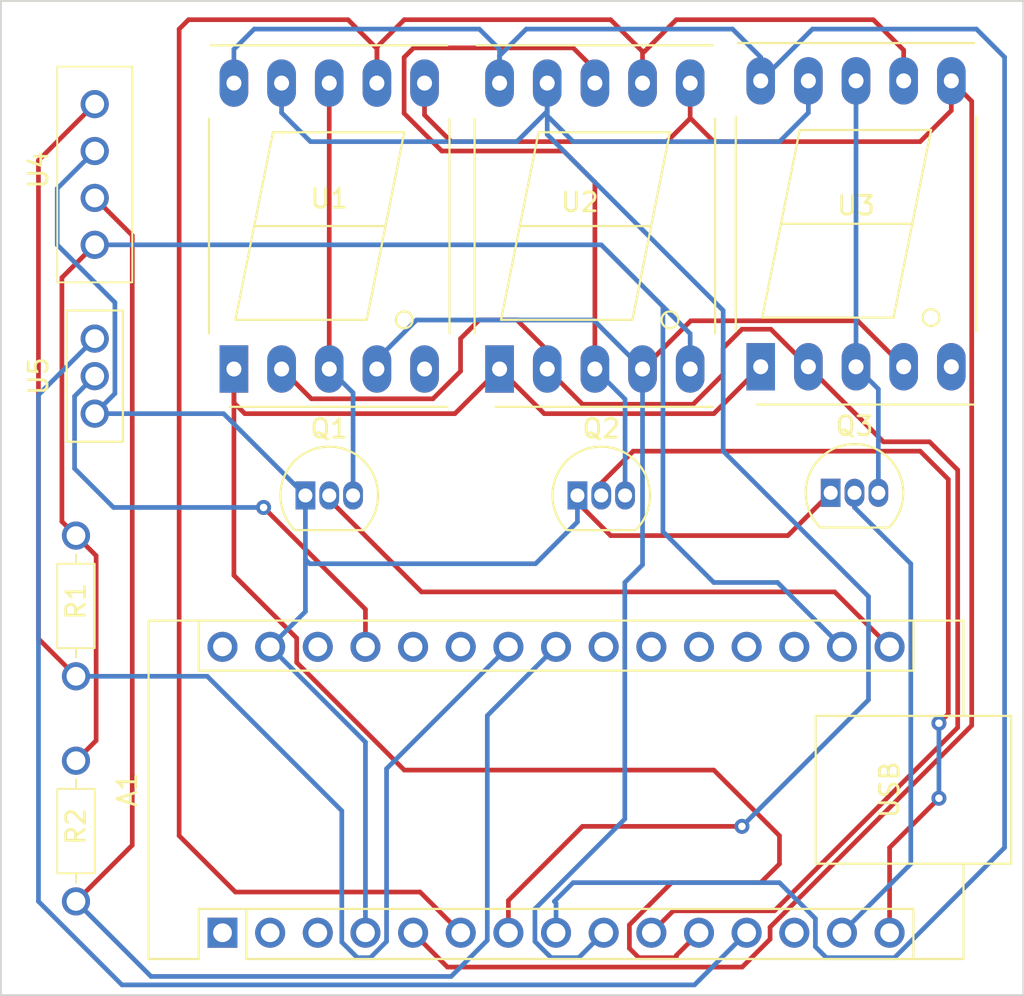
<source format=kicad_pcb>
(kicad_pcb (version 20221018) (generator pcbnew)
  (layers (0 "F.Cu" signal) (31 "B.Cu" signal) (34 "B.Paste" user) (35 "F.Paste" user) (36 "B.SilkS" user "B.Silkscreen") (37 "F.SilkS" user "F.Silkscreen") (38 "B.Mask" user) (39 "F.Mask" user) (44 "Edge.Cuts" user))
  (net 0 "")
  (net 4 "Net-(A1-D9)")
  (net 11 "SDA")
  (net 12 "SCL")
  (net 17 "Net-(Q1-C)")
  (net 18 "GND")
  (net 19 "seg3")
  (net 20 "seg2")
  (net 21 "seg1")
  (net 22 "hm")
  (net 23 "vbr")
  (net 24 "hb")
  (net 25 "vbl")
  (net 26 "+5V")
  (net 27 "+3.3V")
  (net 28 "Net-(Q2-C)")
  (net 29 "Net-(Q3-C)")
  (net 30 "vtr")
  (net 31 "ht")
  (net 32 "vtl")
  (footprint "Library:MG90S servo" (layer "F.Cu") (at 124 77 90)
    (fp_text reference "U5" (at 0 -3 90 unlocked) (layer "F.SilkS"))
    (fp_text value "SG90_servo")
    (fp_rect (start 3.5 -1.5) (end -3.5 1.5) (stroke (width 0.12)) (fill none) (layer "F.SilkS"))
    (pad "1" thru_hole circle (at -2 0 90) (size 1.5 1.5) (drill 1) (layers "*.Cu" "*.Mask") (net 18 "GND"))
    (pad "2" thru_hole circle (at 0 0 90) (size 1.5 1.5) (drill 1) (layers "*.Cu" "*.Mask") (net 26 "+5V"))
    (pad "3" thru_hole circle (at 2 0 90) (size 1.5 1.5) (drill 1) (layers "*.Cu" "*.Mask") (net 4 "Net-(A1-D9)"))
  )
  (footprint "Package_TO_SOT_THT:TO-92_Inline" (layer "F.Cu") (at 149.73 83.36)
    (fp_text reference "Q2" (at 1.27 -3.56) (layer "F.SilkS"))
    (fp_text value "2N3904")
    (fp_line (start -0.53 1.85) (end 3.07 1.85) (stroke (width 0.12)) (layer "F.SilkS"))
    (fp_arc (start -0.568478 1.838478) (mid -1.132087 -0.994977) (end 1.27 -2.6) (stroke (width 0.12)) (layer "F.SilkS"))
    (fp_arc (start 1.27 -2.6) (mid 3.672087 -0.994977) (end 3.108478 1.838478) (stroke (width 0.12)) (layer "F.SilkS"))
    (pad "1" thru_hole rect (at 0 0) (size 1.05 1.5) (drill 0.75) (layers "*.Cu" "*.Mask") (net 18 "GND"))
    (pad "2" thru_hole oval (at 1.27 0) (size 1.05 1.5) (drill 0.75) (layers "*.Cu" "*.Mask") (net 20 "seg2"))
    (pad "3" thru_hole oval (at 2.54 0) (size 1.05 1.5) (drill 0.75) (layers "*.Cu" "*.Mask") (net 28 "Net-(Q2-C)"))
  )
  (footprint "Package_TO_SOT_THT:TO-92_Inline" (layer "F.Cu") (at 163.23 83.22)
    (fp_text reference "Q3" (at 1.27 -3.56) (layer "F.SilkS"))
    (fp_text value "2N3904")
    (fp_line (start -0.53 1.85) (end 3.07 1.85) (stroke (width 0.12)) (layer "F.SilkS"))
    (fp_arc (start -0.568478 1.838478) (mid -1.132087 -0.994977) (end 1.27 -2.6) (stroke (width 0.12)) (layer "F.SilkS"))
    (fp_arc (start 1.27 -2.6) (mid 3.672087 -0.994977) (end 3.108478 1.838478) (stroke (width 0.12)) (layer "F.SilkS"))
    (pad "1" thru_hole rect (at 0 0) (size 1.05 1.5) (drill 0.75) (layers "*.Cu" "*.Mask") (net 18 "GND"))
    (pad "2" thru_hole oval (at 1.27 0) (size 1.05 1.5) (drill 0.75) (layers "*.Cu" "*.Mask") (net 19 "seg3"))
    (pad "3" thru_hole oval (at 2.54 0) (size 1.05 1.5) (drill 0.75) (layers "*.Cu" "*.Mask") (net 29 "Net-(Q3-C)"))
  )
  (footprint "Library:resistor" (layer "F.Cu") (at 123 105 90)
    (fp_text reference "R2" (at 4 0 90) (layer "F.SilkS"))
    (fp_text value "5.6K")
    (fp_line (start 1.5 0) (end 1 0) (stroke (width 0.1)) (layer "F.SilkS"))
    (fp_line (start 6.5 0) (end 6 0) (stroke (width 0.1)) (layer "F.SilkS"))
    (fp_rect (start 1.5 -1) (end 6 1) (stroke (width 0.1)) (fill none) (layer "F.SilkS"))
    (pad "1" thru_hole circle (at 0 0 90) (size 1.5 1.5) (drill 1) (layers "*.Cu" "*.Mask") (net 11 "SDA"))
    (pad "2" thru_hole circle (at 7.5 0 90) (size 1.5 1.5) (drill 1) (layers "*.Cu" "*.Mask") (net 27 "+3.3V"))
  )
  (footprint "Module:Arduino_Nano" (layer "F.Cu") (at 130.81 106.67 90)
    (fp_text reference "A1" (at 7.62 -5.08 90) (layer "F.SilkS"))
    (fp_text value "Arduino_Nano_Every")
    (fp_text user "USB" (at 7.62 35.56 90 unlocked) (layer "F.SilkS"))
    (fp_line (start -1.4 -3.94) (end -1.4 -1.27) (stroke (width 0.12)) (layer "F.SilkS"))
    (fp_line (start -1.4 1.27) (end -1.4 39.5) (stroke (width 0.12)) (layer "F.SilkS"))
    (fp_line (start -1.4 39.5) (end 3.68 39.5) (stroke (width 0.12)) (layer "F.SilkS"))
    (fp_line (start 1.27 -1.27) (end -1.4 -1.27) (stroke (width 0.12)) (layer "F.SilkS"))
    (fp_line (start 1.27 1.27) (end -1.4 1.27) (stroke (width 0.12)) (layer "F.SilkS"))
    (fp_line (start 1.27 1.27) (end 1.27 -1.27) (stroke (width 0.12)) (layer "F.SilkS"))
    (fp_line (start 1.27 1.27) (end 1.27 36.83) (stroke (width 0.12)) (layer "F.SilkS"))
    (fp_line (start 1.27 36.83) (end -1.4 36.83) (stroke (width 0.12)) (layer "F.SilkS"))
    (fp_line (start 3.68 31.62) (end 11.56 31.62) (stroke (width 0.12)) (layer "F.SilkS"))
    (fp_line (start 3.68 42.04) (end 3.68 31.62) (stroke (width 0.12)) (layer "F.SilkS"))
    (fp_line (start 11.56 31.62) (end 11.56 42.04) (stroke (width 0.12)) (layer "F.SilkS"))
    (fp_line (start 11.56 42.04) (end 3.68 42.04) (stroke (width 0.12)) (layer "F.SilkS"))
    (fp_line (start 13.97 -1.27) (end 13.97 36.83) (stroke (width 0.12)) (layer "F.SilkS"))
    (fp_line (start 13.97 -1.27) (end 16.64 -1.27) (stroke (width 0.12)) (layer "F.SilkS"))
    (fp_line (start 13.97 36.83) (end 16.64 36.83) (stroke (width 0.12)) (layer "F.SilkS"))
    (fp_line (start 16.64 -3.94) (end -1.4 -3.94) (stroke (width 0.12)) (layer "F.SilkS"))
    (fp_line (start 16.64 39.5) (end 11.56 39.5) (stroke (width 0.12)) (layer "F.SilkS"))
    (fp_line (start 16.64 39.5) (end 16.64 -3.94) (stroke (width 0.12)) (layer "F.SilkS"))
    (pad "1" thru_hole rect (at 0 0 90) (size 1.6 1.6) (drill 1) (layers "*.Cu" "*.Mask"))
    (pad "2" thru_hole oval (at 0 2.54 90) (size 1.6 1.6) (drill 1) (layers "*.Cu" "*.Mask"))
    (pad "3" thru_hole oval (at 0 5.08 90) (size 1.6 1.6) (drill 1) (layers "*.Cu" "*.Mask"))
    (pad "4" thru_hole oval (at 0 7.62 90) (size 1.6 1.6) (drill 1) (layers "*.Cu" "*.Mask") (net 18 "GND"))
    (pad "5" thru_hole oval (at 0 10.16 90) (size 1.6 1.6) (drill 1) (layers "*.Cu" "*.Mask") (net 30 "vtr"))
    (pad "6" thru_hole oval (at 0 12.7 90) (size 1.6 1.6) (drill 1) (layers "*.Cu" "*.Mask") (net 31 "ht"))
    (pad "7" thru_hole oval (at 0 15.24 90) (size 1.6 1.6) (drill 1) (layers "*.Cu" "*.Mask") (net 32 "vtl"))
    (pad "8" thru_hole oval (at 0 17.78 90) (size 1.6 1.6) (drill 1) (layers "*.Cu" "*.Mask") (net 22 "hm"))
    (pad "9" thru_hole oval (at 0 20.32 90) (size 1.6 1.6) (drill 1) (layers "*.Cu" "*.Mask") (net 23 "vbr"))
    (pad "10" thru_hole oval (at 0 22.86 90) (size 1.6 1.6) (drill 1) (layers "*.Cu" "*.Mask") (net 24 "hb"))
    (pad "11" thru_hole oval (at 0 25.4 90) (size 1.6 1.6) (drill 1) (layers "*.Cu" "*.Mask") (net 25 "vbl"))
    (pad "12" thru_hole oval (at 0 27.94 90) (size 1.6 1.6) (drill 1) (layers "*.Cu" "*.Mask") (net 4 "Net-(A1-D9)"))
    (pad "13" thru_hole oval (at 0 30.48 90) (size 1.6 1.6) (drill 1) (layers "*.Cu" "*.Mask"))
    (pad "14" thru_hole oval (at 0 33.02 90) (size 1.6 1.6) (drill 1) (layers "*.Cu" "*.Mask") (net 19 "seg3"))
    (pad "15" thru_hole oval (at 0 35.56 90) (size 1.6 1.6) (drill 1) (layers "*.Cu" "*.Mask") (net 20 "seg2"))
    (pad "16" thru_hole oval (at 15.24 35.56 90) (size 1.6 1.6) (drill 1) (layers "*.Cu" "*.Mask") (net 21 "seg1"))
    (pad "17" thru_hole oval (at 15.24 33.02 90) (size 1.6 1.6) (drill 1) (layers "*.Cu" "*.Mask") (net 27 "+3.3V"))
    (pad "18" thru_hole oval (at 15.24 30.48 90) (size 1.6 1.6) (drill 1) (layers "*.Cu" "*.Mask"))
    (pad "19" thru_hole oval (at 15.24 27.94 90) (size 1.6 1.6) (drill 1) (layers "*.Cu" "*.Mask"))
    (pad "20" thru_hole oval (at 15.24 25.4 90) (size 1.6 1.6) (drill 1) (layers "*.Cu" "*.Mask"))
    (pad "21" thru_hole oval (at 15.24 22.86 90) (size 1.6 1.6) (drill 1) (layers "*.Cu" "*.Mask"))
    (pad "22" thru_hole oval (at 15.24 20.32 90) (size 1.6 1.6) (drill 1) (layers "*.Cu" "*.Mask"))
    (pad "23" thru_hole oval (at 15.24 17.78 90) (size 1.6 1.6) (drill 1) (layers "*.Cu" "*.Mask") (net 11 "SDA"))
    (pad "24" thru_hole oval (at 15.24 15.24 90) (size 1.6 1.6) (drill 1) (layers "*.Cu" "*.Mask") (net 12 "SCL"))
    (pad "25" thru_hole oval (at 15.24 12.7 90) (size 1.6 1.6) (drill 1) (layers "*.Cu" "*.Mask"))
    (pad "26" thru_hole oval (at 15.24 10.16 90) (size 1.6 1.6) (drill 1) (layers "*.Cu" "*.Mask"))
    (pad "27" thru_hole oval (at 15.24 7.62 90) (size 1.6 1.6) (drill 1) (layers "*.Cu" "*.Mask") (net 26 "+5V"))
    (pad "28" thru_hole oval (at 15.24 5.08 90) (size 1.6 1.6) (drill 1) (layers "*.Cu" "*.Mask"))
    (pad "29" thru_hole oval (at 15.24 2.54 90) (size 1.6 1.6) (drill 1) (layers "*.Cu" "*.Mask") (net 18 "GND"))
    (pad "30" thru_hole oval (at 15.24 0 90) (size 1.6 1.6) (drill 1) (layers "*.Cu" "*.Mask"))
  )
  (footprint "Display_7Segment:7SegmentLED_LTS6760_LTS6780" (layer "F.Cu") (at 145.58 76.62 90)
    (fp_text reference "U2" (at 8.89 4.28 180) (layer "F.SilkS"))
    (fp_text value "7-seg")
    (fp_line (start -2.015 -0.22) (end -2.015 11.38) (stroke (width 0.12)) (layer "F.SilkS"))
    (fp_line (start 1.905 -1.33) (end 13.335 -1.33) (stroke (width 0.12)) (layer "F.SilkS"))
    (fp_line (start 1.905 11.49) (end 13.335 11.49) (stroke (width 0.12)) (layer "F.SilkS"))
    (fp_line (start 2.62 0.08) (end 2.62 7.08) (stroke (width 0.12)) (layer "F.SilkS"))
    (fp_line (start 2.62 7.08) (end 7.62 8.08) (stroke (width 0.12)) (layer "F.SilkS"))
    (fp_line (start 7.62 1.08) (end 2.62 0.08) (stroke (width 0.12)) (layer "F.SilkS"))
    (fp_line (start 7.62 8.08) (end 7.62 1.08) (stroke (width 0.12)) (layer "F.SilkS"))
    (fp_line (start 12.62 2.08) (end 7.62 1.08) (stroke (width 0.12)) (layer "F.SilkS"))
    (fp_line (start 12.62 2.08) (end 12.62 9.08) (stroke (width 0.12)) (layer "F.SilkS"))
    (fp_line (start 12.62 9.08) (end 7.62 8.08) (stroke (width 0.12)) (layer "F.SilkS"))
    (fp_line (start 17.255 11.38) (end 17.255 -1.22) (stroke (width 0.12)) (layer "F.SilkS"))
    (fp_circle (center 2.62 9.08) (end 3.067214 9.08) (stroke (width 0.12)) (fill none) (layer "F.SilkS"))
    (pad "1" thru_hole rect (at 0 0) (size 1.524 2.524) (drill 0.8) (layers "*.Cu" "*.Mask") (net 25 "vbl"))
    (pad "2" thru_hole oval (at 0 2.54) (size 1.524 2.524) (drill 0.8) (layers "*.Cu" "*.Mask") (net 24 "hb"))
    (pad "3" thru_hole oval (at 0 5.08) (size 1.524 2.524) (drill 0.8) (layers "*.Cu" "*.Mask") (net 28 "Net-(Q2-C)"))
    (pad "4" thru_hole oval (at 0 7.62) (size 1.524 2.524) (drill 0.8) (layers "*.Cu" "*.Mask") (net 23 "vbr"))
    (pad "5" thru_hole oval (at 0 10.16) (size 1.524 2.524) (drill 0.8) (layers "*.Cu" "*.Mask") (net 27 "+3.3V"))
    (pad "6" thru_hole oval (at 15.24 10.16) (size 1.524 2.524) (drill 0.8) (layers "*.Cu" "*.Mask") (net 30 "vtr"))
    (pad "7" thru_hole oval (at 15.24 7.62) (size 1.524 2.524) (drill 0.8) (layers "*.Cu" "*.Mask") (net 31 "ht"))
    (pad "8" thru_hole oval (at 15.24 5.08) (size 1.524 2.524) (drill 0.8) (layers "*.Cu" "*.Mask") (net 28 "Net-(Q2-C)"))
    (pad "9" thru_hole oval (at 15.24 2.54) (size 1.524 2.524) (drill 0.8) (layers "*.Cu" "*.Mask") (net 32 "vtl"))
    (pad "10" thru_hole oval (at 15.24 0) (size 1.524 2.524) (drill 0.8) (layers "*.Cu" "*.Mask") (net 22 "hm"))
  )
  (footprint "Display_7Segment:7SegmentLED_LTS6760_LTS6780" (layer "F.Cu") (at 159.5 76.5 90)
    (fp_text reference "U3" (at 8.587048 5.08 180) (layer "F.SilkS"))
    (fp_text value "7-seg")
    (fp_line (start -2.015 -0.22) (end -2.015 11.38) (stroke (width 0.12)) (layer "F.SilkS"))
    (fp_line (start 1.905 -1.33) (end 13.335 -1.33) (stroke (width 0.12)) (layer "F.SilkS"))
    (fp_line (start 1.905 11.49) (end 13.335 11.49) (stroke (width 0.12)) (layer "F.SilkS"))
    (fp_line (start 2.62 0.08) (end 2.62 7.08) (stroke (width 0.12)) (layer "F.SilkS"))
    (fp_line (start 2.62 7.08) (end 7.62 8.08) (stroke (width 0.12)) (layer "F.SilkS"))
    (fp_line (start 7.62 1.08) (end 2.62 0.08) (stroke (width 0.12)) (layer "F.SilkS"))
    (fp_line (start 7.62 8.08) (end 7.62 1.08) (stroke (width 0.12)) (layer "F.SilkS"))
    (fp_line (start 12.62 2.08) (end 7.62 1.08) (stroke (width 0.12)) (layer "F.SilkS"))
    (fp_line (start 12.62 2.08) (end 12.62 9.08) (stroke (width 0.12)) (layer "F.SilkS"))
    (fp_line (start 12.62 9.08) (end 7.62 8.08) (stroke (width 0.12)) (layer "F.SilkS"))
    (fp_line (start 17.255 11.38) (end 17.255 -1.22) (stroke (width 0.12)) (layer "F.SilkS"))
    (fp_circle (center 2.62 9.08) (end 3.067214 9.08) (stroke (width 0.12)) (fill none) (layer "F.SilkS"))
    (pad "1" thru_hole rect (at 0 0) (size 1.524 2.524) (drill 0.8) (layers "*.Cu" "*.Mask") (net 25 "vbl"))
    (pad "2" thru_hole oval (at 0 2.54) (size 1.524 2.524) (drill 0.8) (layers "*.Cu" "*.Mask") (net 24 "hb"))
    (pad "3" thru_hole oval (at 0 5.08) (size 1.524 2.524) (drill 0.8) (layers "*.Cu" "*.Mask") (net 29 "Net-(Q3-C)"))
    (pad "4" thru_hole oval (at 0 7.62) (size 1.524 2.524) (drill 0.8) (layers "*.Cu" "*.Mask") (net 23 "vbr"))
    (pad "5" thru_hole oval (at 0 10.16) (size 1.524 2.524) (drill 0.8) (layers "*.Cu" "*.Mask"))
    (pad "6" thru_hole oval (at 15.24 10.16) (size 1.524 2.524) (drill 0.8) (layers "*.Cu" "*.Mask") (net 30 "vtr"))
    (pad "7" thru_hole oval (at 15.24 7.62) (size 1.524 2.524) (drill 0.8) (layers "*.Cu" "*.Mask") (net 31 "ht"))
    (pad "8" thru_hole oval (at 15.24 5.08) (size 1.524 2.524) (drill 0.8) (layers "*.Cu" "*.Mask") (net 29 "Net-(Q3-C)"))
    (pad "9" thru_hole oval (at 15.24 2.54) (size 1.524 2.524) (drill 0.8) (layers "*.Cu" "*.Mask") (net 32 "vtl"))
    (pad "10" thru_hole oval (at 15.24 0) (size 1.524 2.524) (drill 0.8) (layers "*.Cu" "*.Mask") (net 22 "hm"))
  )
  (footprint "Library:AM2320 (temperature and humidity sensor)" (layer "F.Cu") (at 124 66 90)
    (fp_text reference "U4" (at 0 -3 90 unlocked) (layer "F.SilkS"))
    (fp_text value "AM2320")
    (fp_rect (start 5.5 -2) (end -6 2) (stroke (width 0.1)) (fill none) (layer "F.SilkS"))
    (pad "1" thru_hole circle (at -4 0 90) (size 1.5 1.5) (drill 1) (layers "*.Cu" "*.Mask") (net 27 "+3.3V"))
    (pad "2" thru_hole circle (at -1.5 0 90) (size 1.5 1.5) (drill 1) (layers "*.Cu" "*.Mask") (net 11 "SDA"))
    (pad "3" thru_hole circle (at 1 0 90) (size 1.5 1.5) (drill 1) (layers "*.Cu" "*.Mask") (net 18 "GND"))
    (pad "4" thru_hole circle (at 3.5 0 90) (size 1.5 1.5) (drill 1) (layers "*.Cu" "*.Mask") (net 12 "SCL"))
  )
  (footprint "Package_TO_SOT_THT:TO-92_Inline" (layer "F.Cu") (at 135.23 83.36)
    (fp_text reference "Q1" (at 1.27 -3.56) (layer "F.SilkS"))
    (fp_text value "2N3904")
    (fp_line (start -0.53 1.85) (end 3.07 1.85) (stroke (width 0.12)) (layer "F.SilkS"))
    (fp_arc (start -0.568478 1.838478) (mid -1.132087 -0.994977) (end 1.27 -2.6) (stroke (width 0.12)) (layer "F.SilkS"))
    (fp_arc (start 1.27 -2.6) (mid 3.672087 -0.994977) (end 3.108478 1.838478) (stroke (width 0.12)) (layer "F.SilkS"))
    (pad "1" thru_hole rect (at 0 0) (size 1.05 1.5) (drill 0.75) (layers "*.Cu" "*.Mask") (net 18 "GND"))
    (pad "2" thru_hole oval (at 1.27 0) (size 1.05 1.5) (drill 0.75) (layers "*.Cu" "*.Mask") (net 21 "seg1"))
    (pad "3" thru_hole oval (at 2.54 0) (size 1.05 1.5) (drill 0.75) (layers "*.Cu" "*.Mask") (net 17 "Net-(Q1-C)"))
  )
  (footprint "Display_7Segment:7SegmentLED_LTS6760_LTS6780" (layer "F.Cu") (at 131.42 76.62 90)
    (fp_text reference "U1" (at 9.08 5.08 180) (layer "F.SilkS"))
    (fp_text value "7-seg")
    (fp_line (start -2.015 -0.22) (end -2.015 11.38) (stroke (width 0.12)) (layer "F.SilkS"))
    (fp_line (start 1.905 -1.33) (end 13.335 -1.33) (stroke (width 0.12)) (layer "F.SilkS"))
    (fp_line (start 1.905 11.49) (end 13.335 11.49) (stroke (width 0.12)) (layer "F.SilkS"))
    (fp_line (start 2.62 0.08) (end 2.62 7.08) (stroke (width 0.12)) (layer "F.SilkS"))
    (fp_line (start 2.62 7.08) (end 7.62 8.08) (stroke (width 0.12)) (layer "F.SilkS"))
    (fp_line (start 7.62 1.08) (end 2.62 0.08) (stroke (width 0.12)) (layer "F.SilkS"))
    (fp_line (start 7.62 8.08) (end 7.62 1.08) (stroke (width 0.12)) (layer "F.SilkS"))
    (fp_line (start 12.62 2.08) (end 7.62 1.08) (stroke (width 0.12)) (layer "F.SilkS"))
    (fp_line (start 12.62 2.08) (end 12.62 9.08) (stroke (width 0.12)) (layer "F.SilkS"))
    (fp_line (start 12.62 9.08) (end 7.62 8.08) (stroke (width 0.12)) (layer "F.SilkS"))
    (fp_line (start 17.255 11.38) (end 17.255 -1.22) (stroke (width 0.12)) (layer "F.SilkS"))
    (fp_circle (center 2.62 9.08) (end 3.067214 9.08) (stroke (width 0.12)) (fill none) (layer "F.SilkS"))
    (pad "1" thru_hole rect (at 0 0) (size 1.524 2.524) (drill 0.8) (layers "*.Cu" "*.Mask") (net 25 "vbl"))
    (pad "2" thru_hole oval (at 0 2.54) (size 1.524 2.524) (drill 0.8) (layers "*.Cu" "*.Mask") (net 24 "hb"))
    (pad "3" thru_hole oval (at 0 5.08) (size 1.524 2.524) (drill 0.8) (layers "*.Cu" "*.Mask") (net 17 "Net-(Q1-C)"))
    (pad "4" thru_hole oval (at 0 7.62) (size 1.524 2.524) (drill 0.8) (layers "*.Cu" "*.Mask") (net 23 "vbr"))
    (pad "5" thru_hole oval (at 0 10.16) (size 1.524 2.524) (drill 0.8) (layers "*.Cu" "*.Mask"))
    (pad "6" thru_hole oval (at 15.24 10.16) (size 1.524 2.524) (drill 0.8) (layers "*.Cu" "*.Mask") (net 30 "vtr"))
    (pad "7" thru_hole oval (at 15.24 7.62) (size 1.524 2.524) (drill 0.8) (layers "*.Cu" "*.Mask") (net 31 "ht"))
    (pad "8" thru_hole oval (at 15.24 5.08) (size 1.524 2.524) (drill 0.8) (layers "*.Cu" "*.Mask") (net 17 "Net-(Q1-C)"))
    (pad "9" thru_hole oval (at 15.24 2.54) (size 1.524 2.524) (drill 0.8) (layers "*.Cu" "*.Mask") (net 32 "vtl"))
    (pad "10" thru_hole oval (at 15.24 0) (size 1.524 2.524) (drill 0.8) (layers "*.Cu" "*.Mask") (net 22 "hm"))
  )
  (footprint "Library:resistor" (layer "F.Cu") (at 123 93 90)
    (fp_text reference "R1" (at 4 0 90) (layer "F.SilkS"))
    (fp_text value "5.6K")
    (fp_line (start 1.5 0) (end 1 0) (stroke (width 0.1)) (layer "F.SilkS"))
    (fp_line (start 6.5 0) (end 6 0) (stroke (width 0.1)) (layer "F.SilkS"))
    (fp_rect (start 1.5 -1) (end 6 1) (stroke (width 0.1)) (fill none) (layer "F.SilkS"))
    (pad "1" thru_hole circle (at 0 0 90) (size 1.5 1.5) (drill 1) (layers "*.Cu" "*.Mask") (net 12 "SCL"))
    (pad "2" thru_hole circle (at 7.5 0 90) (size 1.5 1.5) (drill 1) (layers "*.Cu" "*.Mask") (net 27 "+3.3V"))
  )
  (gr_rect (start 119 57) (end 173.5 110) (stroke (width 0.1)) (fill none) (layer "Edge.Cuts"))
  (segment (start 121 78) (end 124 75) (width 0.25) (layer "B.Cu") (net 4))
  (segment (start 155.97 109.45) (end 125.45 109.45) (width 0.25) (layer "B.Cu") (net 4))
  (segment (start 158.75 106.67) (end 155.97 109.45) (width 0.25) (layer "B.Cu") (net 4))
  (segment (start 121 105) (end 121 78) (width 0.25) (layer "B.Cu") (net 4))
  (segment (start 125.45 109.45) (end 121 105) (width 0.25) (layer "B.Cu") (net 4))
  (segment (start 124 67.5) (end 126 69.5) (width 0.25) (layer "F.Cu") (net 11))
  (segment (start 123 105) (end 126 102) (width 0.25) (layer "F.Cu") (net 11))
  (segment (start 126 69.5) (end 126 102) (width 0.25) (layer "F.Cu") (net 11))
  (segment (start 144.925 95.095) (end 144.925 107.075) (width 0.25) (layer "B.Cu") (net 11))
  (segment (start 127 109) (end 123 105) (width 0.25) (layer "B.Cu") (net 11))
  (segment (start 144.925 107.075) (end 143 109) (width 0.25) (layer "B.Cu") (net 11))
  (segment (start 143 109) (end 127 109) (width 0.25) (layer "B.Cu") (net 11))
  (segment (start 148.59 91.43) (end 144.925 95.095) (width 0.25) (layer "B.Cu") (net 11))
  (segment (start 121 65.5) (end 121 91) (width 0.25) (layer "F.Cu") (net 12))
  (segment (start 124 62.5) (end 121 65.5) (width 0.25) (layer "F.Cu") (net 12))
  (segment (start 121 91) (end 123 93) (width 0.25) (layer "F.Cu") (net 12))
  (segment (start 139.555 97.925) (end 146.05 91.43) (width 0.25) (layer "B.Cu") (net 12))
  (segment (start 138 108) (end 138.690991 108) (width 0.25) (layer "B.Cu") (net 12))
  (segment (start 123 93) (end 130 93) (width 0.25) (layer "B.Cu") (net 12))
  (segment (start 139.555 107.135991) (end 139.555 97.925) (width 0.25) (layer "B.Cu") (net 12))
  (segment (start 137.169009 100.169009) (end 137.169009 107.169009) (width 0.25) (layer "B.Cu") (net 12))
  (segment (start 138.690991 108) (end 139.555 107.135991) (width 0.25) (layer "B.Cu") (net 12))
  (segment (start 137.169009 107.169009) (end 138 108) (width 0.25) (layer "B.Cu") (net 12))
  (segment (start 130 93) (end 137.169009 100.169009) (width 0.25) (layer "B.Cu") (net 12))
  (segment (start 136.5 61.38) (end 136.5 76.62) (width 0.25) (layer "F.Cu") (net 17))
  (segment (start 137.77 77.89) (end 136.5 76.62) (width 0.25) (layer "B.Cu") (net 17))
  (segment (start 137.77 83.36) (end 137.77 77.89) (width 0.25) (layer "B.Cu") (net 17))
  (segment (start 163.23 83.22) (end 160.95 85.5) (width 0.25) (layer "F.Cu") (net 18))
  (segment (start 160.95 85.5) (end 151.5 85.5) (width 0.25) (layer "F.Cu") (net 18))
  (segment (start 151.5 85.5) (end 149.73 83.73) (width 0.25) (layer "F.Cu") (net 18))
  (segment (start 130.87 79) (end 135.23 83.36) (width 0.25) (layer "B.Cu") (net 18))
  (segment (start 149.73 83.36) (end 149.73 84.77) (width 0.25) (layer "B.Cu") (net 18))
  (segment (start 135.23 86.77) (end 135.23 89.55) (width 0.25) (layer "B.Cu") (net 18))
  (segment (start 125 73) (end 122 70) (width 0.25) (layer "B.Cu") (net 18))
  (segment (start 124 79) (end 125.075 77.925) (width 0.25) (layer "B.Cu") (net 18))
  (segment (start 149.73 84.77) (end 147.5 87) (width 0.25) (layer "B.Cu") (net 18))
  (segment (start 125.075 73.075) (end 125 73) (width 0.25) (layer "B.Cu") (net 18))
  (segment (start 122 70) (end 122 67) (width 0.25) (layer "B.Cu") (net 18))
  (segment (start 122 67) (end 124 65) (width 0.25) (layer "B.Cu") (net 18))
  (segment (start 135.23 83.36) (end 135.23 86.77) (width 0.25) (layer "B.Cu") (net 18))
  (segment (start 135.23 89.55) (end 133.35 91.43) (width 0.25) (layer "B.Cu") (net 18))
  (segment (start 147.5 87) (end 135.46 87) (width 0.25) (layer "B.Cu") (net 18))
  (segment (start 138.43 96.51) (end 133.35 91.43) (width 0.25) (layer "B.Cu") (net 18))
  (segment (start 135.46 87) (end 135.23 86.77) (width 0.25) (layer "B.Cu") (net 18))
  (segment (start 125.075 77.925) (end 125.075 73.075) (width 0.25) (layer "B.Cu") (net 18))
  (segment (start 124 79) (end 130.87 79) (width 0.25) (layer "B.Cu") (net 18))
  (segment (start 138.43 106.67) (end 138.43 96.51) (width 0.25) (layer "B.Cu") (net 18))
  (segment (start 167.5 103) (end 163.83 106.67) (width 0.25) (layer "B.Cu") (net 19))
  (segment (start 164.5 83.22) (end 164.5 84) (width 0.25) (layer "B.Cu") (net 19))
  (segment (start 164.5 84) (end 167.5 87) (width 0.25) (layer "B.Cu") (net 19))
  (segment (start 167.5 87) (end 167.5 103) (width 0.25) (layer "B.Cu") (net 19))
  (segment (start 151 83.36) (end 151 82.705) (width 0.25) (layer "F.Cu") (net 20))
  (segment (start 166.37 102.13) (end 169 99.5) (width 0.25) (layer "F.Cu") (net 20))
  (segment (start 151 82.705) (end 152.705 81) (width 0.25) (layer "F.Cu") (net 20))
  (segment (start 169.5 82.5) (end 169.5 95) (width 0.25) (layer "F.Cu") (net 20))
  (segment (start 169.5 95) (end 169 95.5) (width 0.25) (layer "F.Cu") (net 20))
  (segment (start 166.37 106.67) (end 166.37 102.13) (width 0.25) (layer "F.Cu") (net 20))
  (segment (start 168 81) (end 169.5 82.5) (width 0.25) (layer "F.Cu") (net 20))
  (segment (start 152.705 81) (end 168 81) (width 0.25) (layer "F.Cu") (net 20))
  (via (at 169 95.5) (size 0.8) (drill 0.4) (layers "F.Cu" "B.Cu") (net 20))
  (via (at 169 99.5) (size 0.8) (drill 0.4) (layers "F.Cu" "B.Cu") (net 20))
  (segment (start 169 99.5) (end 169 95.5) (width 0.25) (layer "B.Cu") (net 20))
  (segment (start 166.37 91.43) (end 163.44 88.5) (width 0.25) (layer "F.Cu") (net 21))
  (segment (start 141.415 88.5) (end 136.5 83.585) (width 0.25) (layer "F.Cu") (net 21))
  (segment (start 163.44 88.5) (end 141.415 88.5) (width 0.25) (layer "F.Cu") (net 21))
  (segment (start 145.58 59.92) (end 147 58.5) (width 0.25) (layer "B.Cu") (net 22))
  (segment (start 162.415 105.915) (end 160.5 104) (width 0.25) (layer "B.Cu") (net 22))
  (segment (start 148.5 105) (end 148.59 105.09) (width 0.25) (layer "B.Cu") (net 22))
  (segment (start 145.58 59.58) (end 145.58 61.38) (width 0.25) (layer "B.Cu") (net 22))
  (segment (start 159.5 60) (end 159.5 61.26) (width 0.25) (layer "B.Cu") (net 22))
  (segment (start 162.415 107.415) (end 162.415 105.915) (width 0.25) (layer "B.Cu") (net 22))
  (segment (start 166.630991 108) (end 163 108) (width 0.25) (layer "B.Cu") (net 22))
  (segment (start 163 108) (end 162.415 107.415) (width 0.25) (layer "B.Cu") (net 22))
  (segment (start 147 58.5) (end 158 58.5) (width 0.25) (layer "B.Cu") (net 22))
  (segment (start 160.5 104) (end 149.5 104) (width 0.25) (layer "B.Cu") (net 22))
  (segment (start 144.5 58.5) (end 145.58 59.58) (width 0.25) (layer "B.Cu") (net 22))
  (segment (start 159.5 61.26) (end 162.26 58.5) (width 0.25) (layer "B.Cu") (net 22))
  (segment (start 172.5 60) (end 172.5 102.130991) (width 0.25) (layer "B.Cu") (net 22))
  (segment (start 148.59 105.09) (end 148.59 106.67) (width 0.25) (layer "B.Cu") (net 22))
  (segment (start 158 58.5) (end 159.5 60) (width 0.25) (layer "B.Cu") (net 22))
  (segment (start 172.5 102.130991) (end 166.630991 108) (width 0.25) (layer "B.Cu") (net 22))
  (segment (start 162.26 58.5) (end 171 58.5) (width 0.25) (layer "B.Cu") (net 22))
  (segment (start 131.42 59.58) (end 132.5 58.5) (width 0.25) (layer "B.Cu") (net 22))
  (segment (start 149.5 104) (end 148.5 105) (width 0.25) (layer "B.Cu") (net 22))
  (segment (start 132.5 58.5) (end 144.5 58.5) (width 0.25) (layer "B.Cu") (net 22))
  (segment (start 171 58.5) (end 172.5 60) (width 0.25) (layer "B.Cu") (net 22))
  (segment (start 131.42 61.38) (end 131.42 59.58) (width 0.25) (layer "B.Cu") (net 22))
  (segment (start 145.58 61.38) (end 145.58 59.92) (width 0.25) (layer "B.Cu") (net 22))
  (segment (start 167.12 76.5) (end 164.67 74.05) (width 0.25) (layer "F.Cu") (net 23))
  (segment (start 164.67 74.05) (end 155.77 74.05) (width 0.25) (layer "F.Cu") (net 23))
  (segment (start 155.77 74.05) (end 153.2 76.62) (width 0.25) (layer "F.Cu") (net 23))
  (segment (start 152.255 100.608604) (end 147.465 105.398604) (width 0.25) (layer "B.Cu") (net 23))
  (segment (start 153.2 87.055) (end 152.255 88) (width 0.25) (layer "B.Cu") (net 23))
  (segment (start 147.465 107.135991) (end 148.329009 108) (width 0.25) (layer "B.Cu") (net 23))
  (segment (start 150.588198 74.008198) (end 153.2 76.62) (width 0.25) (layer "B.Cu") (net 23))
  (segment (start 152.255 88) (end 152.255 100.608604) (width 0.25) (layer "B.Cu") (net 23))
  (segment (start 141.151802 74.008198) (end 150.588198 74.008198) (width 0.25) (layer "B.Cu") (net 23))
  (segment (start 147.465 105.398604) (end 147.465 107.135991) (width 0.25) (layer "B.Cu") (net 23))
  (segment (start 148.329009 108) (end 149.8 108) (width 0.25) (layer "B.Cu") (net 23))
  (segment (start 149.8 108) (end 151.13 106.67) (width 0.25) (layer "B.Cu") (net 23))
  (segment (start 139.04 76.12) (end 141.151802 74.008198) (width 0.25) (layer "B.Cu") (net 23))
  (segment (start 153.2 76.62) (end 153.2 87.055) (width 0.25) (layer "B.Cu") (net 23))
  (segment (start 158.5 74.5) (end 160.04 74.5) (width 0.25) (layer "F.Cu") (net 24))
  (segment (start 157.5 76.89725) (end 157.5 75.5) (width 0.25) (layer "F.Cu") (net 24))
  (segment (start 170 95.732613) (end 160.232613 105.5) (width 0.25) (layer "F.Cu") (net 24))
  (segment (start 143.5 75) (end 144.5 74) (width 0.25) (layer "F.Cu") (net 24))
  (segment (start 162.04 76.5) (end 166.04 80.5) (width 0.25) (layer "F.Cu") (net 24))
  (segment (start 166.04 80.5) (end 168.5 80.5) (width 0.25) (layer "F.Cu") (net 24))
  (segment (start 146.5 74) (end 148.12 75.62) (width 0.25) (layer "F.Cu") (net 24))
  (segment (start 160.04 74.5) (end 162.04 76.5) (width 0.25) (layer "F.Cu") (net 24))
  (segment (start 133.96 76.62) (end 135.547 78.207) (width 0.25) (layer "F.Cu") (net 24))
  (segment (start 143.5 76.73725) (end 143.5 75) (width 0.25) (layer "F.Cu") (net 24))
  (segment (start 170 82) (end 170 95.732613) (width 0.25) (layer "F.Cu") (net 24))
  (segment (start 157.5 75.5) (end 158.5 74.5) (width 0.25) (layer "F.Cu") (net 24))
  (segment (start 160.232613 105.5) (end 154.84 105.5) (width 0.25) (layer "F.Cu") (net 24))
  (segment (start 144.5 74) (end 146.5 74) (width 0.25) (layer "F.Cu") (net 24))
  (segment (start 142.03025 78.207) (end 143.5 76.73725) (width 0.25) (layer "F.Cu") (net 24))
  (segment (start 150 78.5) (end 155.89725 78.5) (width 0.25) (layer "F.Cu") (net 24))
  (segment (start 168.5 80.5) (end 170 82) (width 0.25) (layer "F.Cu") (net 24))
  (segment (start 135.547 78.207) (end 142.03025 78.207) (width 0.25) (layer "F.Cu") (net 24))
  (segment (start 155.89725 78.5) (end 157.5 76.89725) (width 0.25) (layer "F.Cu") (net 24))
  (segment (start 148.12 76.62) (end 150 78.5) (width 0.25) (layer "F.Cu") (net 24))
  (segment (start 154.84 105.5) (end 153.67 106.67) (width 0.25) (layer "F.Cu") (net 24))
  (segment (start 155 108) (end 155 107.88) (width 0.25) (layer "F.Cu") (net 25))
  (segment (start 131.42 76.62) (end 131.42 78.42) (width 0.25) (layer "F.Cu") (net 25))
  (segment (start 134.765 90.964009) (end 134.765 92.265) (width 0.25) (layer "F.Cu") (net 25))
  (segment (start 131.42 87.619009) (end 134.765 90.964009) (width 0.25) (layer "F.Cu") (net 25))
  (segment (start 160.5 101.5) (end 160.5 103) (width 0.25) (layer "F.Cu") (net 25))
  (segment (start 143.2 79) (end 145.58 76.62) (width 0.25) (layer "F.Cu") (net 25))
  (segment (start 160.5 103) (end 159.5 104) (width 0.25) (layer "F.Cu") (net 25))
  (segment (start 140.5 98) (end 157 98) (width 0.25) (layer "F.Cu") (net 25))
  (segment (start 153 108) (end 155 108) (width 0.25) (layer "F.Cu") (net 25))
  (segment (start 131.42 78.42) (end 132 79) (width 0.25) (layer "F.Cu") (net 25))
  (segment (start 157 79) (end 159.5 76.5) (width 0.25) (layer "F.Cu") (net 25))
  (segment (start 157 98) (end 160.5 101.5) (width 0.25) (layer "F.Cu") (net 25))
  (segment (start 154.749009 104) (end 152.5 106.249009) (width 0.25) (layer "F.Cu") (net 25))
  (segment (start 159.5 104) (end 154.749009 104) (width 0.25) (layer "F.Cu") (net 25))
  (segment (start 132 79) (end 143.2 79) (width 0.25) (layer "F.Cu") (net 25))
  (segment (start 131.42 76.62) (end 131.42 87.619009) (width 0.25) (layer "F.Cu") (net 25))
  (segment (start 152.5 106.249009) (end 152.5 107.5) (width 0.25) (layer "F.Cu") (net 25))
  (segment (start 155 107.88) (end 156.21 106.67) (width 0.25) (layer "F.Cu") (net 25))
  (segment (start 134.765 92.265) (end 140.5 98) (width 0.25) (layer "F.Cu") (net 25))
  (segment (start 147.96 79) (end 157 79) (width 0.25) (layer "F.Cu") (net 25))
  (segment (start 145.58 76.62) (end 147.96 79) (width 0.25) (layer "F.Cu") (net 25))
  (segment (start 152.5 107.5) (end 153 108) (width 0.25) (layer "F.Cu") (net 25))
  (segment (start 138.43 89.43) (end 133 84) (width 0.25) (layer "F.Cu") (net 26))
  (segment (start 138.43 91.43) (end 138.43 89.43) (width 0.25) (layer "F.Cu") (net 26))
  (via (at 133 84) (size 0.8) (drill 0.4) (layers "F.Cu" "B.Cu") (net 26))
  (segment (start 122.925 81.925) (end 122.925 78.075) (width 0.25) (layer "B.Cu") (net 26))
  (segment (start 122.925 78.075) (end 124 77) (width 0.25) (layer "B.Cu") (net 26))
  (segment (start 133 84) (end 125 84) (width 0.25) (layer "B.Cu") (net 26))
  (segment (start 125 84) (end 122.925 81.925) (width 0.25) (layer "B.Cu") (net 26))
  (segment (start 124 70) (end 122.25 71.75) (width 0.25) (layer "F.Cu") (net 27))
  (segment (start 122.25 71.75) (end 122.25 84.75) (width 0.25) (layer "F.Cu") (net 27))
  (segment (start 124.075 86.575) (end 123 85.5) (width 0.25) (layer "F.Cu") (net 27))
  (segment (start 122.25 84.75) (end 123 85.5) (width 0.25) (layer "F.Cu") (net 27))
  (segment (start 124.075 96.425) (end 124.075 86.575) (width 0.25) (layer "F.Cu") (net 27))
  (segment (start 123 97.5) (end 124.075 96.425) (width 0.25) (layer "F.Cu") (net 27))
  (segment (start 154.287 85.287) (end 157 88) (width 0.25) (layer "B.Cu") (net 27))
  (segment (start 154.287 73.287) (end 155.74 74.74) (width 0.25) (layer "B.Cu") (net 27))
  (segment (start 157 88) (end 160.4 88) (width 0.25) (layer "B.Cu") (net 27))
  (segment (start 155.74 74.74) (end 155.74 76.62) (width 0.25) (layer "B.Cu") (net 27))
  (segment (start 160.4 88) (end 163.83 91.43) (width 0.25) (layer "B.Cu") (net 27))
  (segment (start 154.287 73.287) (end 151 70) (width 0.25) (layer "B.Cu") (net 27))
  (segment (start 154.287 73.287) (end 154.287 85.287) (width 0.25) (layer "B.Cu") (net 27))
  (segment (start 151 70) (end 124 70) (width 0.25) (layer "B.Cu") (net 27))
  (segment (start 142.5 65) (end 149 65) (width 0.25) (layer "F.Cu") (net 28))
  (segment (start 149 65) (end 150.66 66.66) (width 0.25) (layer "F.Cu") (net 28))
  (segment (start 140.493 60.007) (end 140.493 62.993) (width 0.25) (layer "F.Cu") (net 28))
  (segment (start 141 59.5) (end 140.493 60.007) (width 0.25) (layer "F.Cu") (net 28))
  (segment (start 150.66 60.66) (end 149.5 59.5) (width 0.25) (layer "F.Cu") (net 28))
  (segment (start 140.493 62.993) (end 142.5 65) (width 0.25) (layer "F.Cu") (net 28))
  (segment (start 150.66 66.66) (end 150.66 76.62) (width 0.25) (layer "F.Cu") (net 28))
  (segment (start 149.5 59.5) (end 141 59.5) (width 0.25) (layer "F.Cu") (net 28))
  (segment (start 150.66 76.62) (end 152.27 78.23) (width 0.25) (layer "B.Cu") (net 28))
  (segment (start 152.27 78.23) (end 152.27 83.36) (width 0.25) (layer "B.Cu") (net 28))
  (segment (start 164.58 61.26) (end 164.58 76.5) (width 0.25) (layer "B.Cu") (net 29))
  (segment (start 164.58 76.5) (end 165.77 77.69) (width 0.25) (layer "B.Cu") (net 29))
  (segment (start 165.77 77.69) (end 165.77 83.22) (width 0.25) (layer "B.Cu") (net 29))
  (segment (start 169.66 61.26) (end 170.747 62.347) (width 0.25) (layer "F.Cu") (net 30))
  (segment (start 168 64.5) (end 169.66 62.84) (width 0.25) (layer "F.Cu") (net 30))
  (segment (start 170.747 95.622009) (end 160 106.369009) (width 0.25) (layer "F.Cu") (net 30))
  (segment (start 155.74 63.24) (end 157 64.5) (width 0.25) (layer "F.Cu") (net 30))
  (segment (start 143 64.5) (end 154.5 64.5) (width 0.25) (layer "F.Cu") (net 30))
  (segment (start 169.66 62.84) (end 169.66 61.26) (width 0.25) (layer "F.Cu") (net 30))
  (segment (start 157 64.5) (end 168 64.5) (width 0.25) (layer "F.Cu") (net 30))
  (segment (start 141.58 61.38) (end 141.58 63.08) (width 0.25) (layer "F.Cu") (net 30))
  (segment (start 155.74 63.26) (end 155.74 61.38) (width 0.25) (layer "F.Cu") (net 30))
  (segment (start 155.74 63.26) (end 155.74 63.24) (width 0.25) (layer "F.Cu") (net 30))
  (segment (start 142.8 108.5) (end 140.97 106.67) (width 0.25) (layer "F.Cu") (net 30))
  (segment (start 160 106.369009) (end 160 107.010991) (width 0.25) (layer "F.Cu") (net 30))
  (segment (start 141.58 63.08) (end 143 64.5) (width 0.25) (layer "F.Cu") (net 30))
  (segment (start 158.510991 108.5) (end 142.8 108.5) (width 0.25) (layer "F.Cu") (net 30))
  (segment (start 154.5 64.5) (end 155.74 63.26) (width 0.25) (layer "F.Cu") (net 30))
  (segment (start 160 107.010991) (end 158.510991 108.5) (width 0.25) (layer "F.Cu") (net 30))
  (segment (start 170.747 62.347) (end 170.747 95.622009) (width 0.25) (layer "F.Cu") (net 30))
  (segment (start 139.04 61.38) (end 139.04 59.46) (width 0.25) (layer "F.Cu") (net 31))
  (segment (start 141.34 104.5) (end 143.51 106.67) (width 0.25) (layer "F.Cu") (net 31))
  (segment (start 151.5 58) (end 153.2 59.7) (width 0.25) (layer "F.Cu") (net 31))
  (segment (start 165.5 58) (end 167.12 59.62) (width 0.25) (layer "F.Cu") (net 31))
  (segment (start 128.5 58.5) (end 128.5 101.5) (width 0.25) (layer "F.Cu") (net 31))
  (segment (start 139.04 61.38) (end 139.04 59.54) (width 0.25) (layer "F.Cu") (net 31))
  (segment (start 153.2 59.7) (end 153.2 61.38) (width 0.25) (layer "F.Cu") (net 31))
  (segment (start 131.5 104.5) (end 141.34 104.5) (width 0.25) (layer "F.Cu") (net 31))
  (segment (start 139.04 59.54) (end 137.5 58) (width 0.25) (layer "F.Cu") (net 31))
  (segment (start 129 58) (end 128.5 58.5) (width 0.25) (layer "F.Cu") (net 31))
  (segment (start 167.12 59.62) (end 167.12 61.26) (width 0.25) (layer "F.Cu") (net 31))
  (segment (start 128.5 101.5) (end 131.5 104.5) (width 0.25) (layer "F.Cu") (net 31))
  (segment (start 155 58) (end 165.5 58) (width 0.25) (layer "F.Cu") (net 31))
  (segment (start 153.3 59.7) (end 153.2 59.7) (width 0.25) (layer "F.Cu") (net 31))
  (segment (start 155 58) (end 153.3 59.7) (width 0.25) (layer "F.Cu") (net 31))
  (segment (start 139.04 59.46) (end 140.5 58) (width 0.25) (layer "F.Cu") (net 31))
  (segment (start 140.5 58) (end 151.5 58) (width 0.25) (layer "F.Cu") (net 31))
  (segment (start 137.5 58) (end 129 58) (width 0.25) (layer "F.Cu") (net 31))
  (segment (start 150 101) (end 158.5 101) (width 0.25) (layer "F.Cu") (net 32))
  (segment (start 146.05 106.67) (end 146.05 104.95) (width 0.25) (layer "F.Cu") (net 32))
  (segment (start 146.05 104.95) (end 150 101) (width 0.25) (layer "F.Cu") (net 32))
  (via (at 158.5 101) (size 0.8) (drill 0.4) (layers "F.Cu" "B.Cu") (net 32))
  (segment (start 149.5 64.5) (end 160.5 64.5) (width 0.25) (layer "B.Cu") (net 32))
  (segment (start 157.5 73.5) (end 157.5 81) (width 0.25) (layer "B.Cu") (net 32))
  (segment (start 165.245 94.255) (end 158.5 101) (width 0.25) (layer "B.Cu") (net 32))
  (segment (start 133.96 61.38) (end 133.96 62.96) (width 0.25) (layer "B.Cu") (net 32))
  (segment (start 160.5 64.5) (end 162.04 62.96) (width 0.25) (layer "B.Cu") (net 32))
  (segment (start 133.96 62.96) (end 135.5 64.5) (width 0.25) (layer "B.Cu") (net 32))
  (segment (start 165.245 88.745) (end 165.245 94.255) (width 0.25) (layer "B.Cu") (net 32))
  (segment (start 148.12 61.38) (end 148.12 63.12) (width 0.25) (layer "B.Cu") (net 32))
  (segment (start 157.5 81) (end 165.245 88.745) (width 0.25) (layer "B.Cu") (net 32))
  (segment (start 148.12 62.88) (end 148.12 61.38) (width 0.25) (layer "B.Cu") (net 32))
  (segment (start 148.12 63.12) (end 149.5 64.5) (width 0.25) (layer "B.Cu") (net 32))
  (segment (start 148.12 61.38) (end 148.12 64.12) (width 0.25) (layer "B.Cu") (net 32))
  (segment (start 162.04 62.96) (end 162.04 61.26) (width 0.25) (layer "B.Cu") (net 32))
  (segment (start 146.5 64.5) (end 148.12 62.88) (width 0.25) (layer "B.Cu") (net 32))
  (segment (start 135.5 64.5) (end 146.5 64.5) (width 0.25) (layer "B.Cu") (net 32))
  (segment (start 148.12 64.12) (end 157.5 73.5) (width 0.25) (layer "B.Cu") (net 32))
)
</source>
